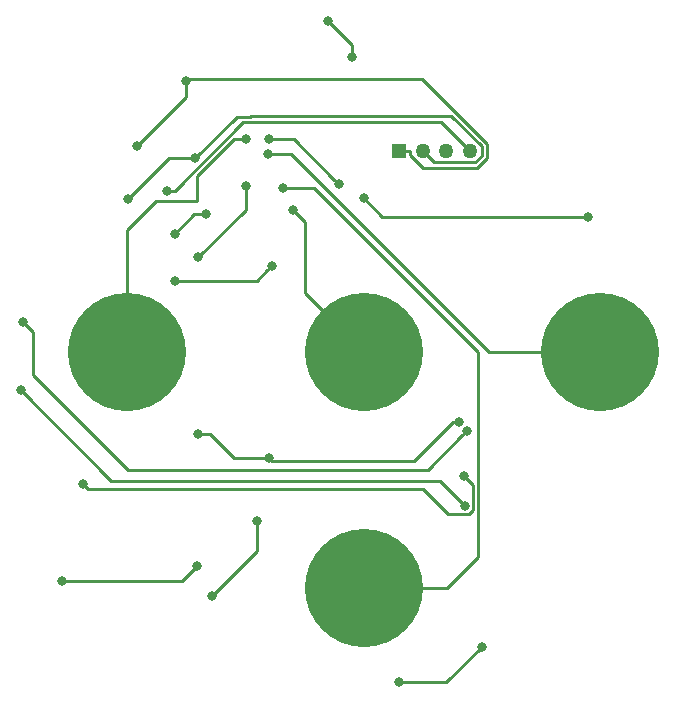
<source format=gbr>
G04 #@! TF.GenerationSoftware,KiCad,Pcbnew,(5.0.2)-1*
G04 #@! TF.CreationDate,2019-02-17T02:34:44-05:00*
G04 #@! TF.ProjectId,bikesenseCap,62696b65-7365-46e7-9365-4361702e6b69,REV B*
G04 #@! TF.SameCoordinates,Original*
G04 #@! TF.FileFunction,Copper,L2,Bot*
G04 #@! TF.FilePolarity,Positive*
%FSLAX46Y46*%
G04 Gerber Fmt 4.6, Leading zero omitted, Abs format (unit mm)*
G04 Created by KiCad (PCBNEW (5.0.2)-1) date 2/17/2019 2:34:44 AM*
%MOMM*%
%LPD*%
G01*
G04 APERTURE LIST*
G04 #@! TA.AperFunction,BGAPad,CuDef*
%ADD10C,10.000000*%
G04 #@! TD*
G04 #@! TA.AperFunction,ComponentPad*
%ADD11R,1.270000X1.270000*%
G04 #@! TD*
G04 #@! TA.AperFunction,ComponentPad*
%ADD12C,1.270000*%
G04 #@! TD*
G04 #@! TA.AperFunction,ViaPad*
%ADD13C,0.800000*%
G04 #@! TD*
G04 #@! TA.AperFunction,Conductor*
%ADD14C,0.250000*%
G04 #@! TD*
G04 APERTURE END LIST*
D10*
G04 #@! TO.P,J5,1*
G04 #@! TO.N,Net-(J5-Pad1)*
X150000000Y-120000000D03*
G04 #@! TD*
D11*
G04 #@! TO.P,J1,1*
G04 #@! TO.N,/SCL*
X153000260Y-83000000D03*
D12*
G04 #@! TO.P,J1,2*
G04 #@! TO.N,/SDA*
X155001780Y-83000000D03*
G04 #@! TO.P,J1,3*
G04 #@! TO.N,+3V3*
X156998220Y-83000000D03*
G04 #@! TO.P,J1,4*
G04 #@! TO.N,GND*
X158999740Y-83000000D03*
G04 #@! TD*
D10*
G04 #@! TO.P,J2,1*
G04 #@! TO.N,Net-(J2-Pad1)*
X130000000Y-100000000D03*
G04 #@! TD*
G04 #@! TO.P,J3,1*
G04 #@! TO.N,Net-(J3-Pad1)*
X150000000Y-100000000D03*
G04 #@! TD*
G04 #@! TO.P,J4,1*
G04 #@! TO.N,Net-(J4-Pad1)*
X170000000Y-100000000D03*
G04 #@! TD*
D13*
G04 #@! TO.N,Net-(D3-Pad1)*
X134000000Y-94000000D03*
X142240000Y-92710000D03*
G04 #@! TO.N,Net-(D5-Pad1)*
X169000000Y-88587300D03*
X150000000Y-87000000D03*
G04 #@! TO.N,/West*
X120975300Y-103248200D03*
X158549928Y-113030000D03*
G04 #@! TO.N,/NorthWest*
X121138400Y-97497400D03*
X158749964Y-106680000D03*
G04 #@! TO.N,/SouthWest*
X158500200Y-110537400D03*
X126244700Y-111233300D03*
G04 #@! TO.N,/North*
X149000000Y-75000000D03*
X147000000Y-72000000D03*
G04 #@! TO.N,/SCL*
X134000000Y-90000000D03*
X142000000Y-109000016D03*
X135999988Y-107000000D03*
X134919960Y-77105360D03*
X158115298Y-105907211D03*
X136615010Y-88324949D03*
X130810000Y-82550000D03*
G04 #@! TO.N,/SDA*
X130088600Y-87095400D03*
X135711284Y-83626985D03*
G04 #@! TO.N,+3V3*
X160000000Y-125000000D03*
X153000000Y-128000000D03*
X135890000Y-118110000D03*
X124460000Y-119380000D03*
G04 #@! TO.N,GND*
X140000000Y-86000000D03*
X136000000Y-92000000D03*
X133350000Y-86359964D03*
G04 #@! TO.N,Net-(J2-Pad1)*
X140000000Y-82000000D03*
G04 #@! TO.N,Net-(J3-Pad1)*
X142000000Y-82000000D03*
X144000000Y-88000000D03*
X147889698Y-85824979D03*
G04 #@! TO.N,Net-(J4-Pad1)*
X141875800Y-83248500D03*
G04 #@! TO.N,Net-(J5-Pad1)*
X143207378Y-86147521D03*
G04 #@! TO.N,Net-(R9-Pad1)*
X137160000Y-120650000D03*
X140970000Y-114300000D03*
G04 #@! TD*
D14*
G04 #@! TO.N,Net-(D3-Pad1)*
X140950000Y-94000000D02*
X141840001Y-93109999D01*
X141840001Y-93109999D02*
X142240000Y-92710000D01*
X134000000Y-94000000D02*
X140950000Y-94000000D01*
G04 #@! TO.N,Net-(D5-Pad1)*
X151587300Y-88587300D02*
X150000000Y-87000000D01*
X169000000Y-88587300D02*
X151587300Y-88587300D01*
G04 #@! TO.N,/West*
X128635389Y-110908289D02*
X156428217Y-110908289D01*
X120975300Y-103248200D02*
X128635389Y-110908289D01*
X158149929Y-112630001D02*
X158549928Y-113030000D01*
X156428217Y-110908289D02*
X158149929Y-112630001D01*
G04 #@! TO.N,/NorthWest*
X155416964Y-110013000D02*
X158349965Y-107079999D01*
X121138400Y-97497400D02*
X122000000Y-98359000D01*
X122000000Y-102000000D02*
X130013000Y-110013000D01*
X158349965Y-107079999D02*
X158749964Y-106680000D01*
X130013000Y-110013000D02*
X155416964Y-110013000D01*
X122000000Y-98359000D02*
X122000000Y-102000000D01*
G04 #@! TO.N,/SouthWest*
X155010295Y-111633299D02*
X126644699Y-111633299D01*
X126644699Y-111633299D02*
X126244700Y-111233300D01*
X157131998Y-113755002D02*
X155010295Y-111633299D01*
X158500200Y-110537400D02*
X159274990Y-111312190D01*
X158897990Y-113755002D02*
X157131998Y-113755002D01*
X159274990Y-113378002D02*
X158897990Y-113755002D01*
X159274990Y-111312190D02*
X159274990Y-113378002D01*
G04 #@! TO.N,/North*
X149000000Y-75000000D02*
X149000000Y-74000000D01*
X149000000Y-74000000D02*
X147000000Y-72000000D01*
G04 #@! TO.N,/SCL*
X137000000Y-107000000D02*
X135999988Y-107000000D01*
X139000000Y-109000000D02*
X137000000Y-107000000D01*
X142000000Y-109000016D02*
X141999984Y-109000000D01*
X141999984Y-109000000D02*
X139000000Y-109000000D01*
X160452400Y-83571000D02*
X160452400Y-82391400D01*
X160452400Y-82391400D02*
X154978300Y-76917300D01*
X154978300Y-76917300D02*
X135108020Y-76917300D01*
X135108020Y-76917300D02*
X134919960Y-77105360D01*
X159612800Y-84410600D02*
X160452400Y-83571000D01*
X153000300Y-83000000D02*
X153960600Y-83000000D01*
X155011000Y-84410600D02*
X159612800Y-84410600D01*
X153960600Y-83360200D02*
X155011000Y-84410600D01*
X153960600Y-83000000D02*
X153960600Y-83360200D01*
X135675051Y-88324949D02*
X136049325Y-88324949D01*
X136049325Y-88324949D02*
X136615010Y-88324949D01*
X134000000Y-90000000D02*
X135675051Y-88324949D01*
X134919960Y-78440040D02*
X131209999Y-82150001D01*
X131209999Y-82150001D02*
X130810000Y-82550000D01*
X134919960Y-77105360D02*
X134919960Y-78440040D01*
X157549613Y-105907211D02*
X158115298Y-105907211D01*
X154236824Y-109220000D02*
X157549613Y-105907211D01*
X142000000Y-109000016D02*
X142219984Y-109220000D01*
X142219984Y-109220000D02*
X154236824Y-109220000D01*
G04 #@! TO.N,/SDA*
X140372801Y-80099980D02*
X139238289Y-80099980D01*
X139238289Y-80099980D02*
X135711284Y-83626985D01*
X140472781Y-80000000D02*
X140372801Y-80099980D01*
X155962100Y-83960300D02*
X159426200Y-83960300D01*
X155001800Y-83000000D02*
X155962100Y-83960300D01*
X159426200Y-83960300D02*
X160002100Y-83384400D01*
X160002100Y-83384400D02*
X160002100Y-82578000D01*
X160002100Y-82578000D02*
X157424100Y-80000000D01*
X157424100Y-80000000D02*
X140472781Y-80000000D01*
X133557015Y-83626985D02*
X135145599Y-83626985D01*
X130088600Y-87095400D02*
X133557015Y-83626985D01*
X135145599Y-83626985D02*
X135711284Y-83626985D01*
G04 #@! TO.N,+3V3*
X157000000Y-128000000D02*
X153000000Y-128000000D01*
X160000000Y-125000000D02*
X157000000Y-128000000D01*
X134620000Y-119380000D02*
X124460000Y-119380000D01*
X135890000Y-118110000D02*
X134620000Y-119380000D01*
G04 #@! TO.N,GND*
X140000000Y-88000000D02*
X136000000Y-92000000D01*
X140000000Y-86000000D02*
X140000000Y-88000000D01*
X133915685Y-86359964D02*
X133350000Y-86359964D01*
X134003626Y-86359964D02*
X133915685Y-86359964D01*
X156549691Y-80549991D02*
X139813599Y-80549991D01*
X139813599Y-80549991D02*
X134003626Y-86359964D01*
X158999700Y-83000000D02*
X156549691Y-80549991D01*
G04 #@! TO.N,Net-(J2-Pad1)*
X139000000Y-82000000D02*
X140000000Y-82000000D01*
X135890000Y-85110000D02*
X139000000Y-82000000D01*
X135890000Y-87274999D02*
X135890000Y-85110000D01*
X132435001Y-87274999D02*
X135890000Y-87274999D01*
X130000000Y-100000000D02*
X130000000Y-89710000D01*
X130000000Y-89710000D02*
X132435001Y-87274999D01*
G04 #@! TO.N,Net-(J3-Pad1)*
X145000000Y-89000000D02*
X144000000Y-88000000D01*
X150000000Y-100000000D02*
X145000000Y-95000000D01*
X145000000Y-95000000D02*
X145000000Y-89000000D01*
X142000000Y-82000000D02*
X144064719Y-82000000D01*
X147489699Y-85424980D02*
X147889698Y-85824979D01*
X144064719Y-82000000D02*
X147489699Y-85424980D01*
G04 #@! TO.N,Net-(J4-Pad1)*
X152605671Y-91969260D02*
X160636411Y-100000000D01*
X160636411Y-100000000D02*
X170000000Y-100000000D01*
X152174976Y-91538565D02*
X152174976Y-91592260D01*
X143884911Y-83248500D02*
X152174976Y-91538565D01*
X152174976Y-91592260D02*
X152551976Y-91969260D01*
X141875800Y-83248500D02*
X143884911Y-83248500D01*
X152551976Y-91969260D02*
X152605671Y-91969260D01*
G04 #@! TO.N,Net-(J5-Pad1)*
X145837521Y-86147521D02*
X143207378Y-86147521D01*
X159725001Y-100035001D02*
X145837521Y-86147521D01*
X159725001Y-117346066D02*
X159725001Y-100035001D01*
X150000000Y-120000000D02*
X157071067Y-120000000D01*
X157071067Y-120000000D02*
X159725001Y-117346066D01*
G04 #@! TO.N,Net-(R9-Pad1)*
X137160000Y-120650000D02*
X140970000Y-116840000D01*
X140970000Y-116840000D02*
X140970000Y-114300000D01*
G04 #@! TD*
M02*

</source>
